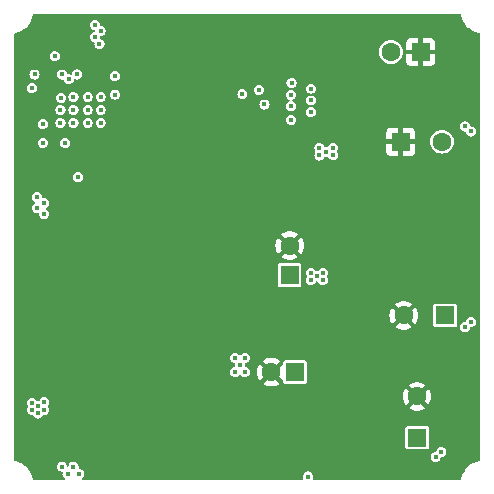
<source format=gbr>
%TF.GenerationSoftware,KiCad,Pcbnew,8.0.3*%
%TF.CreationDate,2024-07-17T18:17:56+02:00*%
%TF.ProjectId,CleanLVSupply,436c6561-6e4c-4565-9375-70706c792e6b,rev?*%
%TF.SameCoordinates,Original*%
%TF.FileFunction,Copper,L3,Inr*%
%TF.FilePolarity,Positive*%
%FSLAX46Y46*%
G04 Gerber Fmt 4.6, Leading zero omitted, Abs format (unit mm)*
G04 Created by KiCad (PCBNEW 8.0.3) date 2024-07-17 18:17:56*
%MOMM*%
%LPD*%
G01*
G04 APERTURE LIST*
%TA.AperFunction,ComponentPad*%
%ADD10R,1.600000X1.600000*%
%TD*%
%TA.AperFunction,ComponentPad*%
%ADD11C,1.600000*%
%TD*%
%TA.AperFunction,ViaPad*%
%ADD12C,0.450000*%
%TD*%
G04 APERTURE END LIST*
D10*
%TO.N,GND*%
%TO.C,C18*%
X163000000Y-91100000D03*
D11*
%TO.N,-15V*%
X166500000Y-91100000D03*
%TD*%
D10*
%TO.N,+5V*%
%TO.C,C40*%
X164400000Y-116152651D03*
D11*
%TO.N,GND*%
X164400000Y-112652651D03*
%TD*%
D10*
%TO.N,Net-(C41-Pad1)*%
%TO.C,C41*%
X154055113Y-110600000D03*
D11*
%TO.N,GND*%
X152055113Y-110600000D03*
%TD*%
D10*
%TO.N,GND*%
%TO.C,C14*%
X164682380Y-83500000D03*
D11*
%TO.N,Net-(C14-Pad2)*%
X162182380Y-83500000D03*
%TD*%
D10*
%TO.N,Net-(C29-Pad1)*%
%TO.C,C29*%
X153600000Y-102382380D03*
D11*
%TO.N,GND*%
X153600000Y-99882380D03*
%TD*%
D10*
%TO.N,+15V*%
%TO.C,C28*%
X166752651Y-105800000D03*
D11*
%TO.N,GND*%
X163252651Y-105800000D03*
%TD*%
D12*
%TO.N,GND*%
X167500000Y-117100000D03*
X165100000Y-118700000D03*
%TO.N,Net-(J5-Pin_4)*%
X168943164Y-90223422D03*
X168453274Y-89804875D03*
%TO.N,Net-(J5-Pin_1)*%
X168450358Y-106790138D03*
X168945004Y-106371591D03*
%TO.N,/5V Supply/5V_SENSE*%
X166450000Y-117380000D03*
X165960000Y-117760000D03*
%TO.N,/-15V Supply/-17V_SW*%
X151000000Y-86700000D03*
X153720000Y-88080000D03*
X151470000Y-87940000D03*
X137600000Y-88400000D03*
X153760000Y-86100000D03*
X136500000Y-87300000D03*
X135680000Y-94100000D03*
X134200000Y-89500000D03*
X155400000Y-87600000D03*
X131770000Y-86560000D03*
X132700000Y-89600000D03*
X155400000Y-88600000D03*
X136500000Y-88400000D03*
X135300000Y-87300000D03*
X136500000Y-89500000D03*
X134250000Y-87380000D03*
X153740000Y-89230000D03*
X135300000Y-89500000D03*
X133710000Y-83860000D03*
X138800000Y-87100000D03*
X155400000Y-86600000D03*
X137600000Y-89500000D03*
X135300000Y-88400000D03*
X153710000Y-87120000D03*
X134200000Y-88400000D03*
X149600000Y-87080000D03*
X134600000Y-91200000D03*
X137600000Y-87300000D03*
%TO.N,Net-(U1-VCC)*%
X138800000Y-85525000D03*
%TO.N,Net-(U1-RAMP)*%
X132000000Y-85400000D03*
%TO.N,Net-(U1-SS)*%
X132700000Y-91175000D03*
%TO.N,Net-(U1-COMP)*%
X135600000Y-85400000D03*
%TO.N,Net-(U1-FB)*%
X134900000Y-85800000D03*
%TO.N,Net-(U2-EN)*%
X157300000Y-91600000D03*
X156120000Y-92259003D03*
X156120000Y-91630000D03*
X156700000Y-91925000D03*
X157280000Y-92230000D03*
%TO.N,Net-(U1-RT)*%
X134300000Y-85400000D03*
%TO.N,Net-(U4-EN)*%
X155900000Y-102500000D03*
X156400000Y-102200000D03*
X155400000Y-102800000D03*
X155400000Y-102200000D03*
X156400000Y-102800000D03*
%TO.N,Net-(U6-EN)*%
X149800000Y-110600000D03*
X149000000Y-110600000D03*
X149000000Y-109400000D03*
X149800000Y-109400000D03*
X149400000Y-110000000D03*
%TO.N,GND*%
X132800000Y-111300000D03*
X140300000Y-114700000D03*
X146000000Y-85400000D03*
X132800000Y-112120000D03*
X160000000Y-105300000D03*
X133600000Y-91000000D03*
X163200000Y-88900000D03*
X147500000Y-81700000D03*
X143700000Y-85400000D03*
X152300000Y-81600000D03*
X134400000Y-115900000D03*
X147300000Y-110060000D03*
X139700000Y-110500000D03*
X135770000Y-108040000D03*
X156020000Y-115400000D03*
X160400000Y-114500000D03*
X137600000Y-100700000D03*
X146670000Y-99550000D03*
X143480000Y-116880000D03*
X156130000Y-90830000D03*
X158800000Y-107700000D03*
X137920000Y-114030000D03*
X159600000Y-90000000D03*
X160800000Y-90000000D03*
X156000000Y-114700000D03*
X155090000Y-94140000D03*
X157600000Y-105300000D03*
X144690000Y-97570000D03*
X155540000Y-115050000D03*
X160000000Y-106500000D03*
X160800000Y-89400000D03*
X159600000Y-89400000D03*
X156700000Y-95000000D03*
X132160000Y-102880000D03*
X140300000Y-81700000D03*
X153210000Y-96200000D03*
X155100000Y-104790000D03*
X155400000Y-81300000D03*
X155080000Y-114690000D03*
X151000000Y-85125000D03*
X141300000Y-85000000D03*
X139800000Y-83700000D03*
X139300000Y-116500000D03*
X148800000Y-84600000D03*
X135400000Y-96800000D03*
X135580000Y-104390000D03*
X131760000Y-87900000D03*
X153000000Y-83500000D03*
X139700000Y-112600000D03*
X146000000Y-84100000D03*
X157300000Y-84450000D03*
X133580000Y-112110000D03*
X145140000Y-102320000D03*
X155400000Y-83000000D03*
X138900000Y-113900000D03*
X160200000Y-89700000D03*
X142600000Y-81700000D03*
X137250000Y-110600000D03*
X146750000Y-112850000D03*
X139700000Y-113300000D03*
X160000000Y-107700000D03*
X137400000Y-113300000D03*
X138200000Y-102300000D03*
X143700000Y-84100000D03*
X158800000Y-105300000D03*
X146170000Y-105070000D03*
X157600000Y-106500000D03*
X135400000Y-96000000D03*
X145400000Y-116000000D03*
X141410000Y-98310000D03*
X134700000Y-98400000D03*
X158820000Y-80980000D03*
X133600000Y-91600000D03*
X137600000Y-99900000D03*
X157600000Y-107700000D03*
X133570000Y-111300000D03*
X146910000Y-117030000D03*
X145000000Y-81700000D03*
X160800000Y-112700000D03*
X150630000Y-112560000D03*
X136800000Y-117500000D03*
X158800000Y-106500000D03*
X139700000Y-111300000D03*
X146050000Y-107600000D03*
X155080000Y-115410000D03*
X135300000Y-115900000D03*
X135700000Y-101000000D03*
%TO.N,+12V*%
X134300000Y-118600000D03*
X137100000Y-81200000D03*
X137500000Y-82800000D03*
X134800000Y-119200000D03*
X137100000Y-82200000D03*
X132800000Y-96300000D03*
X132200000Y-96700000D03*
X137600000Y-81700000D03*
X131780000Y-113200000D03*
X132800000Y-97200000D03*
X132324898Y-113446592D03*
X135300000Y-118600000D03*
X132830000Y-113130000D03*
X132830000Y-113790000D03*
X132200000Y-95800000D03*
X132300000Y-114100000D03*
X135800000Y-119200000D03*
X131803942Y-113786743D03*
%TO.N,/5V Supply/5V_SENSE*%
X155150000Y-119440000D03*
%TD*%
%TA.AperFunction,Conductor*%
%TO.N,GND*%
G36*
X168110092Y-80322174D02*
G01*
X168131133Y-80364845D01*
X168132015Y-80371552D01*
X168132016Y-80371557D01*
X168196497Y-80612205D01*
X168291834Y-80842369D01*
X168291835Y-80842372D01*
X168416398Y-81058123D01*
X168416402Y-81058129D01*
X168568062Y-81255776D01*
X168744224Y-81431938D01*
X168783239Y-81461875D01*
X168941870Y-81583597D01*
X168941876Y-81583601D01*
X168987114Y-81609719D01*
X169157627Y-81708164D01*
X169387793Y-81803502D01*
X169628435Y-81867982D01*
X169628437Y-81867982D01*
X169628440Y-81867983D01*
X169628439Y-81867983D01*
X169635156Y-81868867D01*
X169684207Y-81897184D01*
X169699500Y-81942234D01*
X169699500Y-118057765D01*
X169677826Y-118110091D01*
X169635163Y-118131131D01*
X169628450Y-118132015D01*
X169628442Y-118132016D01*
X169387794Y-118196497D01*
X169157630Y-118291834D01*
X169157627Y-118291835D01*
X168941876Y-118416398D01*
X168941870Y-118416402D01*
X168744223Y-118568062D01*
X168568062Y-118744223D01*
X168416402Y-118941870D01*
X168416398Y-118941876D01*
X168291835Y-119157627D01*
X168291834Y-119157630D01*
X168196497Y-119387794D01*
X168132016Y-119628442D01*
X168132015Y-119628447D01*
X168131133Y-119635155D01*
X168102817Y-119684206D01*
X168057766Y-119699500D01*
X155616085Y-119699500D01*
X155563759Y-119677826D01*
X155542085Y-119625500D01*
X155550149Y-119591907D01*
X155559719Y-119573126D01*
X155580804Y-119440000D01*
X155559719Y-119306874D01*
X155559719Y-119306873D01*
X155498528Y-119186780D01*
X155403219Y-119091471D01*
X155283126Y-119030281D01*
X155283126Y-119030280D01*
X155150000Y-119009196D01*
X155016873Y-119030280D01*
X155016873Y-119030281D01*
X154896780Y-119091471D01*
X154801471Y-119186780D01*
X154740281Y-119306873D01*
X154740280Y-119306873D01*
X154719196Y-119440000D01*
X154740280Y-119573123D01*
X154740280Y-119573124D01*
X154740281Y-119573126D01*
X154749850Y-119591906D01*
X154754293Y-119648368D01*
X154717510Y-119691435D01*
X154683915Y-119699500D01*
X136065152Y-119699500D01*
X136012826Y-119677826D01*
X135991152Y-119625500D01*
X136012826Y-119573174D01*
X136031554Y-119559567D01*
X136053220Y-119548528D01*
X136148528Y-119453220D01*
X136209719Y-119333126D01*
X136230804Y-119200000D01*
X136209719Y-119066874D01*
X136209719Y-119066873D01*
X136148528Y-118946780D01*
X136053219Y-118851471D01*
X135933126Y-118790281D01*
X135933126Y-118790280D01*
X135800000Y-118769196D01*
X135794176Y-118769196D01*
X135794176Y-118766951D01*
X135747045Y-118755623D01*
X135717466Y-118707324D01*
X135717469Y-118684192D01*
X135718130Y-118680021D01*
X135730804Y-118600000D01*
X135709719Y-118466874D01*
X135709719Y-118466873D01*
X135648528Y-118346780D01*
X135553219Y-118251471D01*
X135433126Y-118190281D01*
X135433126Y-118190280D01*
X135300000Y-118169196D01*
X135166873Y-118190280D01*
X135166873Y-118190281D01*
X135046780Y-118251471D01*
X134951471Y-118346780D01*
X134890281Y-118466873D01*
X134890280Y-118466874D01*
X134873089Y-118575420D01*
X134843496Y-118623711D01*
X134788424Y-118636933D01*
X134740133Y-118607340D01*
X134726911Y-118575420D01*
X134709719Y-118466874D01*
X134709718Y-118466873D01*
X134699895Y-118447595D01*
X134648528Y-118346780D01*
X134553220Y-118251472D01*
X134553219Y-118251471D01*
X134433126Y-118190281D01*
X134433126Y-118190280D01*
X134300000Y-118169196D01*
X134166873Y-118190280D01*
X134166873Y-118190281D01*
X134046780Y-118251471D01*
X133951471Y-118346780D01*
X133890281Y-118466873D01*
X133890280Y-118466873D01*
X133869196Y-118600000D01*
X133890280Y-118733126D01*
X133950581Y-118851472D01*
X133951472Y-118853220D01*
X134046780Y-118948528D01*
X134166873Y-119009718D01*
X134166873Y-119009719D01*
X134300000Y-119030804D01*
X134305824Y-119030804D01*
X134305824Y-119033058D01*
X134352919Y-119044350D01*
X134382526Y-119092632D01*
X134382530Y-119115805D01*
X134369196Y-119199998D01*
X134369196Y-119199999D01*
X134390280Y-119333126D01*
X134444736Y-119440000D01*
X134451472Y-119453220D01*
X134546780Y-119548528D01*
X134568444Y-119559566D01*
X134605226Y-119602633D01*
X134600782Y-119659096D01*
X134557715Y-119695878D01*
X134534848Y-119699500D01*
X131942234Y-119699500D01*
X131889908Y-119677826D01*
X131868867Y-119635155D01*
X131867984Y-119628447D01*
X131867983Y-119628442D01*
X131867982Y-119628441D01*
X131867982Y-119628435D01*
X131803502Y-119387793D01*
X131708164Y-119157627D01*
X131655768Y-119066874D01*
X131583601Y-118941876D01*
X131583597Y-118941870D01*
X131465464Y-118787916D01*
X131431938Y-118744224D01*
X131255776Y-118568062D01*
X131216761Y-118538125D01*
X131058129Y-118416402D01*
X131058123Y-118416398D01*
X130842372Y-118291835D01*
X130842369Y-118291834D01*
X130612205Y-118196497D01*
X130428422Y-118147252D01*
X130371565Y-118132018D01*
X130371563Y-118132017D01*
X130371557Y-118132016D01*
X130371549Y-118132015D01*
X130364837Y-118131131D01*
X130315789Y-118102810D01*
X130300500Y-118057765D01*
X130300500Y-117760000D01*
X165529196Y-117760000D01*
X165550280Y-117893126D01*
X165611471Y-118013219D01*
X165611472Y-118013220D01*
X165706780Y-118108528D01*
X165826873Y-118169718D01*
X165826873Y-118169719D01*
X165845075Y-118172601D01*
X165960000Y-118190804D01*
X166093126Y-118169719D01*
X166213220Y-118108528D01*
X166308528Y-118013220D01*
X166369719Y-117893126D01*
X166372870Y-117873228D01*
X166402462Y-117824938D01*
X166445959Y-117810804D01*
X166450000Y-117810804D01*
X166583126Y-117789719D01*
X166703220Y-117728528D01*
X166798528Y-117633220D01*
X166859719Y-117513126D01*
X166880804Y-117380000D01*
X166859719Y-117246874D01*
X166859719Y-117246873D01*
X166798528Y-117126780D01*
X166703219Y-117031471D01*
X166583126Y-116970281D01*
X166583126Y-116970280D01*
X166450000Y-116949196D01*
X166316873Y-116970280D01*
X166316873Y-116970281D01*
X166196780Y-117031471D01*
X166101471Y-117126780D01*
X166040281Y-117246873D01*
X166037129Y-117266773D01*
X166007535Y-117315064D01*
X165964040Y-117329196D01*
X165960000Y-117329196D01*
X165826873Y-117350280D01*
X165826873Y-117350281D01*
X165706780Y-117411471D01*
X165611471Y-117506780D01*
X165550281Y-117626873D01*
X165550280Y-117626873D01*
X165529196Y-117760000D01*
X130300500Y-117760000D01*
X130300500Y-115332904D01*
X163399500Y-115332904D01*
X163399500Y-116972397D01*
X163411133Y-117030883D01*
X163411527Y-117031472D01*
X163455448Y-117097203D01*
X163499560Y-117126678D01*
X163521767Y-117141517D01*
X163521768Y-117141517D01*
X163521769Y-117141518D01*
X163580252Y-117153151D01*
X163580254Y-117153151D01*
X165219746Y-117153151D01*
X165219748Y-117153151D01*
X165278231Y-117141518D01*
X165344552Y-117097203D01*
X165388867Y-117030882D01*
X165400500Y-116972399D01*
X165400500Y-115332903D01*
X165388867Y-115274420D01*
X165344552Y-115208099D01*
X165322343Y-115193259D01*
X165278232Y-115163784D01*
X165278233Y-115163784D01*
X165248989Y-115157967D01*
X165219748Y-115152151D01*
X163580252Y-115152151D01*
X163551010Y-115157967D01*
X163521767Y-115163784D01*
X163455449Y-115208098D01*
X163455447Y-115208100D01*
X163411133Y-115274418D01*
X163399500Y-115332904D01*
X130300500Y-115332904D01*
X130300500Y-113200000D01*
X131349196Y-113200000D01*
X131370280Y-113333126D01*
X131431471Y-113453219D01*
X131436421Y-113458169D01*
X131458095Y-113510495D01*
X131450030Y-113544090D01*
X131394222Y-113653619D01*
X131373138Y-113786743D01*
X131394222Y-113919869D01*
X131455413Y-114039962D01*
X131455414Y-114039963D01*
X131550722Y-114135271D01*
X131670815Y-114196461D01*
X131670815Y-114196462D01*
X131691374Y-114199718D01*
X131803942Y-114217547D01*
X131823386Y-114214467D01*
X131878459Y-114227688D01*
X131900896Y-114253960D01*
X131951472Y-114353220D01*
X132046780Y-114448528D01*
X132166873Y-114509718D01*
X132166873Y-114509719D01*
X132185075Y-114512601D01*
X132300000Y-114530804D01*
X132433126Y-114509719D01*
X132553220Y-114448528D01*
X132648528Y-114353220D01*
X132700103Y-114251998D01*
X132743169Y-114215217D01*
X132777610Y-114212506D01*
X132830000Y-114220804D01*
X132963126Y-114199719D01*
X133083220Y-114138528D01*
X133178528Y-114043220D01*
X133239719Y-113923126D01*
X133260804Y-113790000D01*
X133239719Y-113656874D01*
X133239719Y-113656873D01*
X133178528Y-113536780D01*
X133154074Y-113512326D01*
X133132400Y-113460000D01*
X133154074Y-113407674D01*
X133178528Y-113383220D01*
X133239719Y-113263126D01*
X133260804Y-113130000D01*
X133239719Y-112996874D01*
X133239719Y-112996873D01*
X133178528Y-112876780D01*
X133083219Y-112781471D01*
X132963126Y-112720281D01*
X132963126Y-112720280D01*
X132830000Y-112699196D01*
X132696873Y-112720280D01*
X132696873Y-112720281D01*
X132576780Y-112781471D01*
X132481473Y-112876778D01*
X132481472Y-112876780D01*
X132432583Y-112972731D01*
X132428649Y-112980451D01*
X132385582Y-113017233D01*
X132351139Y-113019944D01*
X132324898Y-113015788D01*
X132324897Y-113015788D01*
X132228827Y-113031003D01*
X132173755Y-113017781D01*
X132151320Y-112991513D01*
X132128528Y-112946780D01*
X132033220Y-112851472D01*
X132033219Y-112851471D01*
X131913126Y-112790281D01*
X131913126Y-112790280D01*
X131780000Y-112769196D01*
X131646873Y-112790280D01*
X131646873Y-112790281D01*
X131526780Y-112851471D01*
X131431471Y-112946780D01*
X131370281Y-113066873D01*
X131370280Y-113066873D01*
X131349196Y-113200000D01*
X130300500Y-113200000D01*
X130300500Y-112652647D01*
X163194859Y-112652647D01*
X163194859Y-112652654D01*
X163215377Y-112874083D01*
X163215379Y-112874096D01*
X163276237Y-113087993D01*
X163276239Y-113087997D01*
X163375368Y-113287077D01*
X163375370Y-113287080D01*
X163421560Y-113348245D01*
X164013629Y-112756176D01*
X164027259Y-112807045D01*
X164079920Y-112898257D01*
X164154394Y-112972731D01*
X164245606Y-113025392D01*
X164296472Y-113039021D01*
X163703000Y-113632492D01*
X163862817Y-113731445D01*
X163862827Y-113731450D01*
X164070194Y-113811785D01*
X164288800Y-113852650D01*
X164288806Y-113852651D01*
X164511194Y-113852651D01*
X164511199Y-113852650D01*
X164729805Y-113811785D01*
X164937172Y-113731450D01*
X164937182Y-113731445D01*
X165096997Y-113632491D01*
X164503527Y-113039021D01*
X164554394Y-113025392D01*
X164645606Y-112972731D01*
X164720080Y-112898257D01*
X164772741Y-112807045D01*
X164786370Y-112756178D01*
X165378438Y-113348246D01*
X165424629Y-113287079D01*
X165424631Y-113287077D01*
X165523760Y-113087997D01*
X165523762Y-113087993D01*
X165584620Y-112874096D01*
X165584622Y-112874083D01*
X165605141Y-112652654D01*
X165605141Y-112652647D01*
X165584622Y-112431218D01*
X165584620Y-112431205D01*
X165523762Y-112217308D01*
X165523760Y-112217304D01*
X165424631Y-112018224D01*
X165424629Y-112018221D01*
X165378437Y-111957054D01*
X164786370Y-112549122D01*
X164772741Y-112498257D01*
X164720080Y-112407045D01*
X164645606Y-112332571D01*
X164554394Y-112279910D01*
X164503525Y-112266280D01*
X165096998Y-111672808D01*
X164937182Y-111573856D01*
X164937172Y-111573851D01*
X164729805Y-111493516D01*
X164511199Y-111452651D01*
X164288800Y-111452651D01*
X164070194Y-111493516D01*
X163862827Y-111573851D01*
X163862817Y-111573856D01*
X163703000Y-111672808D01*
X164296472Y-112266280D01*
X164245606Y-112279910D01*
X164154394Y-112332571D01*
X164079920Y-112407045D01*
X164027259Y-112498257D01*
X164013629Y-112549123D01*
X163421560Y-111957054D01*
X163375368Y-112018225D01*
X163375367Y-112018228D01*
X163276239Y-112217304D01*
X163276237Y-112217308D01*
X163215379Y-112431205D01*
X163215377Y-112431218D01*
X163194859Y-112652647D01*
X130300500Y-112652647D01*
X130300500Y-109400000D01*
X148569196Y-109400000D01*
X148590280Y-109533126D01*
X148651471Y-109653219D01*
X148651472Y-109653220D01*
X148746780Y-109748528D01*
X148866874Y-109809719D01*
X148923002Y-109818608D01*
X148971293Y-109848200D01*
X148984515Y-109903272D01*
X148969196Y-109999998D01*
X148969196Y-110000000D01*
X148984515Y-110096726D01*
X148971293Y-110151799D01*
X148923002Y-110181391D01*
X148866874Y-110190280D01*
X148866873Y-110190281D01*
X148746780Y-110251471D01*
X148651471Y-110346780D01*
X148590281Y-110466873D01*
X148590280Y-110466873D01*
X148569196Y-110600000D01*
X148590280Y-110733126D01*
X148647592Y-110845606D01*
X148651472Y-110853220D01*
X148746780Y-110948528D01*
X148866873Y-111009718D01*
X148866873Y-111009719D01*
X148885075Y-111012601D01*
X149000000Y-111030804D01*
X149133126Y-111009719D01*
X149253220Y-110948528D01*
X149347674Y-110854074D01*
X149400000Y-110832400D01*
X149452326Y-110854074D01*
X149546780Y-110948528D01*
X149666873Y-111009718D01*
X149666873Y-111009719D01*
X149685075Y-111012601D01*
X149800000Y-111030804D01*
X149933126Y-111009719D01*
X150053220Y-110948528D01*
X150148528Y-110853220D01*
X150209719Y-110733126D01*
X150230804Y-110600000D01*
X150230803Y-110599996D01*
X150849972Y-110599996D01*
X150849972Y-110600003D01*
X150870490Y-110821432D01*
X150870492Y-110821445D01*
X150931350Y-111035342D01*
X150931352Y-111035346D01*
X151030481Y-111234426D01*
X151030483Y-111234429D01*
X151076673Y-111295594D01*
X151668742Y-110703525D01*
X151682372Y-110754394D01*
X151735033Y-110845606D01*
X151809507Y-110920080D01*
X151900719Y-110972741D01*
X151951585Y-110986370D01*
X151358113Y-111579841D01*
X151517930Y-111678794D01*
X151517940Y-111678799D01*
X151725307Y-111759134D01*
X151943913Y-111799999D01*
X151943919Y-111800000D01*
X152166307Y-111800000D01*
X152166312Y-111799999D01*
X152384918Y-111759134D01*
X152592285Y-111678799D01*
X152592295Y-111678794D01*
X152752110Y-111579840D01*
X152158640Y-110986370D01*
X152209507Y-110972741D01*
X152300719Y-110920080D01*
X152375193Y-110845606D01*
X152427854Y-110754394D01*
X152441483Y-110703527D01*
X153032939Y-111294983D01*
X153054613Y-111347309D01*
X153054613Y-111419746D01*
X153066246Y-111478232D01*
X153076459Y-111493516D01*
X153110561Y-111544552D01*
X153154409Y-111573851D01*
X153176880Y-111588866D01*
X153176881Y-111588866D01*
X153176882Y-111588867D01*
X153235365Y-111600500D01*
X153235367Y-111600500D01*
X154874859Y-111600500D01*
X154874861Y-111600500D01*
X154933344Y-111588867D01*
X154999665Y-111544552D01*
X155043980Y-111478231D01*
X155055613Y-111419748D01*
X155055613Y-109780252D01*
X155043980Y-109721769D01*
X154999665Y-109655448D01*
X154977456Y-109640608D01*
X154933345Y-109611133D01*
X154933346Y-109611133D01*
X154904102Y-109605316D01*
X154874861Y-109599500D01*
X153235365Y-109599500D01*
X153206123Y-109605316D01*
X153176880Y-109611133D01*
X153110562Y-109655447D01*
X153110560Y-109655449D01*
X153066246Y-109721767D01*
X153054613Y-109780253D01*
X153054613Y-109852690D01*
X153032939Y-109905016D01*
X152441483Y-110496471D01*
X152427854Y-110445606D01*
X152375193Y-110354394D01*
X152300719Y-110279920D01*
X152209507Y-110227259D01*
X152158638Y-110213629D01*
X152752111Y-109620157D01*
X152592295Y-109521205D01*
X152592285Y-109521200D01*
X152384918Y-109440865D01*
X152166312Y-109400000D01*
X151943913Y-109400000D01*
X151725307Y-109440865D01*
X151517940Y-109521200D01*
X151517930Y-109521205D01*
X151358113Y-109620157D01*
X151951585Y-110213629D01*
X151900719Y-110227259D01*
X151809507Y-110279920D01*
X151735033Y-110354394D01*
X151682372Y-110445606D01*
X151668742Y-110496472D01*
X151076673Y-109904403D01*
X151030481Y-109965574D01*
X151030480Y-109965577D01*
X150931352Y-110164653D01*
X150931350Y-110164657D01*
X150870492Y-110378554D01*
X150870490Y-110378567D01*
X150849972Y-110599996D01*
X150230803Y-110599996D01*
X150209719Y-110466874D01*
X150209719Y-110466873D01*
X150148528Y-110346780D01*
X150053219Y-110251471D01*
X149933126Y-110190281D01*
X149876996Y-110181390D01*
X149828705Y-110151796D01*
X149815484Y-110096725D01*
X149830804Y-110000000D01*
X149815484Y-109903272D01*
X149828706Y-109848201D01*
X149876994Y-109818609D01*
X149933126Y-109809719D01*
X150053220Y-109748528D01*
X150148528Y-109653220D01*
X150209719Y-109533126D01*
X150230804Y-109400000D01*
X150209719Y-109266874D01*
X150209719Y-109266873D01*
X150148528Y-109146780D01*
X150053219Y-109051471D01*
X149933126Y-108990281D01*
X149933126Y-108990280D01*
X149800000Y-108969196D01*
X149666873Y-108990280D01*
X149666873Y-108990281D01*
X149546780Y-109051471D01*
X149546779Y-109051472D01*
X149452326Y-109145926D01*
X149400000Y-109167600D01*
X149347674Y-109145926D01*
X149253219Y-109051471D01*
X149133126Y-108990281D01*
X149133126Y-108990280D01*
X149000000Y-108969196D01*
X148866873Y-108990280D01*
X148866873Y-108990281D01*
X148746780Y-109051471D01*
X148651471Y-109146780D01*
X148590281Y-109266873D01*
X148590280Y-109266873D01*
X148569196Y-109400000D01*
X130300500Y-109400000D01*
X130300500Y-105799996D01*
X162047510Y-105799996D01*
X162047510Y-105800003D01*
X162068028Y-106021432D01*
X162068030Y-106021445D01*
X162128888Y-106235342D01*
X162128890Y-106235346D01*
X162228019Y-106434426D01*
X162228021Y-106434429D01*
X162274211Y-106495594D01*
X162866280Y-105903525D01*
X162879910Y-105954394D01*
X162932571Y-106045606D01*
X163007045Y-106120080D01*
X163098257Y-106172741D01*
X163149123Y-106186370D01*
X162555651Y-106779841D01*
X162715468Y-106878794D01*
X162715478Y-106878799D01*
X162922845Y-106959134D01*
X163141451Y-106999999D01*
X163141457Y-107000000D01*
X163363845Y-107000000D01*
X163363850Y-106999999D01*
X163582456Y-106959134D01*
X163789823Y-106878799D01*
X163789833Y-106878794D01*
X163949648Y-106779840D01*
X163356178Y-106186370D01*
X163407045Y-106172741D01*
X163498257Y-106120080D01*
X163572731Y-106045606D01*
X163625392Y-105954394D01*
X163639021Y-105903527D01*
X164231089Y-106495595D01*
X164277280Y-106434428D01*
X164277282Y-106434426D01*
X164376411Y-106235346D01*
X164376413Y-106235342D01*
X164437271Y-106021445D01*
X164437273Y-106021432D01*
X164457792Y-105800003D01*
X164457792Y-105799996D01*
X164437273Y-105578567D01*
X164437271Y-105578554D01*
X164376413Y-105364657D01*
X164376411Y-105364653D01*
X164277282Y-105165573D01*
X164277280Y-105165570D01*
X164231088Y-105104403D01*
X163639021Y-105696471D01*
X163625392Y-105645606D01*
X163572731Y-105554394D01*
X163498257Y-105479920D01*
X163407045Y-105427259D01*
X163356176Y-105413629D01*
X163789553Y-104980253D01*
X165752151Y-104980253D01*
X165752151Y-106619746D01*
X165763784Y-106678232D01*
X165791773Y-106720119D01*
X165808099Y-106744552D01*
X165852211Y-106774027D01*
X165874418Y-106788866D01*
X165874419Y-106788866D01*
X165874420Y-106788867D01*
X165932903Y-106800500D01*
X165932905Y-106800500D01*
X167572397Y-106800500D01*
X167572399Y-106800500D01*
X167624492Y-106790138D01*
X168019554Y-106790138D01*
X168040638Y-106923264D01*
X168101829Y-107043357D01*
X168101830Y-107043358D01*
X168197138Y-107138666D01*
X168317231Y-107199856D01*
X168317231Y-107199857D01*
X168335433Y-107202739D01*
X168450358Y-107220942D01*
X168583484Y-107199857D01*
X168703578Y-107138666D01*
X168798886Y-107043358D01*
X168860077Y-106923264D01*
X168869333Y-106864819D01*
X168898925Y-106816528D01*
X168939269Y-106803419D01*
X168939252Y-106803306D01*
X168939966Y-106803192D01*
X168942422Y-106802395D01*
X168945004Y-106802395D01*
X169078130Y-106781310D01*
X169198224Y-106720119D01*
X169293532Y-106624811D01*
X169354723Y-106504717D01*
X169375808Y-106371591D01*
X169357605Y-106256666D01*
X169354723Y-106238464D01*
X169293532Y-106118371D01*
X169198223Y-106023062D01*
X169078130Y-105961872D01*
X169078130Y-105961871D01*
X168945004Y-105940787D01*
X168811877Y-105961871D01*
X168811877Y-105961872D01*
X168691784Y-106023062D01*
X168596475Y-106118371D01*
X168535286Y-106238462D01*
X168535284Y-106238468D01*
X168526028Y-106296910D01*
X168496435Y-106345201D01*
X168456092Y-106358309D01*
X168456110Y-106358423D01*
X168455393Y-106358536D01*
X168452939Y-106359334D01*
X168450358Y-106359334D01*
X168317231Y-106380418D01*
X168317231Y-106380419D01*
X168197138Y-106441609D01*
X168101829Y-106536918D01*
X168040639Y-106657011D01*
X168040638Y-106657011D01*
X168019554Y-106790138D01*
X167624492Y-106790138D01*
X167630882Y-106788867D01*
X167697203Y-106744552D01*
X167741518Y-106678231D01*
X167753151Y-106619748D01*
X167753151Y-104980252D01*
X167741518Y-104921769D01*
X167697203Y-104855448D01*
X167674994Y-104840608D01*
X167630883Y-104811133D01*
X167630884Y-104811133D01*
X167601640Y-104805316D01*
X167572399Y-104799500D01*
X165932903Y-104799500D01*
X165903661Y-104805316D01*
X165874418Y-104811133D01*
X165808100Y-104855447D01*
X165808098Y-104855449D01*
X165763784Y-104921767D01*
X165752151Y-104980253D01*
X163789553Y-104980253D01*
X163949649Y-104820157D01*
X163789833Y-104721205D01*
X163789823Y-104721200D01*
X163582456Y-104640865D01*
X163363850Y-104600000D01*
X163141451Y-104600000D01*
X162922845Y-104640865D01*
X162715478Y-104721200D01*
X162715468Y-104721205D01*
X162555651Y-104820157D01*
X163149123Y-105413629D01*
X163098257Y-105427259D01*
X163007045Y-105479920D01*
X162932571Y-105554394D01*
X162879910Y-105645606D01*
X162866280Y-105696472D01*
X162274211Y-105104403D01*
X162228019Y-105165574D01*
X162228018Y-105165577D01*
X162128890Y-105364653D01*
X162128888Y-105364657D01*
X162068030Y-105578554D01*
X162068028Y-105578567D01*
X162047510Y-105799996D01*
X130300500Y-105799996D01*
X130300500Y-101562633D01*
X152599500Y-101562633D01*
X152599500Y-103202126D01*
X152611133Y-103260612D01*
X152640608Y-103304723D01*
X152655448Y-103326932D01*
X152699560Y-103356407D01*
X152721767Y-103371246D01*
X152721768Y-103371246D01*
X152721769Y-103371247D01*
X152780252Y-103382880D01*
X152780254Y-103382880D01*
X154419746Y-103382880D01*
X154419748Y-103382880D01*
X154478231Y-103371247D01*
X154544552Y-103326932D01*
X154588867Y-103260611D01*
X154600500Y-103202128D01*
X154600500Y-102200000D01*
X154969196Y-102200000D01*
X154990280Y-102333126D01*
X155051473Y-102453222D01*
X155053862Y-102456511D01*
X155067078Y-102511585D01*
X155053862Y-102543489D01*
X155051473Y-102546777D01*
X154990281Y-102666873D01*
X154990280Y-102666873D01*
X154969196Y-102800000D01*
X154990280Y-102933126D01*
X155051471Y-103053219D01*
X155051472Y-103053220D01*
X155146780Y-103148528D01*
X155266873Y-103209718D01*
X155266873Y-103209719D01*
X155285075Y-103212601D01*
X155400000Y-103230804D01*
X155533126Y-103209719D01*
X155653220Y-103148528D01*
X155748528Y-103053220D01*
X155793148Y-102965648D01*
X155836214Y-102928867D01*
X155870655Y-102926156D01*
X155900000Y-102930804D01*
X155929342Y-102926156D01*
X155984413Y-102939377D01*
X156006852Y-102965649D01*
X156051472Y-103053220D01*
X156146780Y-103148528D01*
X156266873Y-103209718D01*
X156266873Y-103209719D01*
X156285075Y-103212601D01*
X156400000Y-103230804D01*
X156533126Y-103209719D01*
X156653220Y-103148528D01*
X156748528Y-103053220D01*
X156809719Y-102933126D01*
X156830804Y-102800000D01*
X156809719Y-102666874D01*
X156809719Y-102666873D01*
X156779685Y-102607929D01*
X156748528Y-102546780D01*
X156748523Y-102546775D01*
X156746140Y-102543494D01*
X156732920Y-102488421D01*
X156746140Y-102456506D01*
X156748521Y-102453226D01*
X156748528Y-102453220D01*
X156809719Y-102333126D01*
X156830804Y-102200000D01*
X156810823Y-102073843D01*
X156809719Y-102066873D01*
X156748528Y-101946780D01*
X156653219Y-101851471D01*
X156533126Y-101790281D01*
X156533126Y-101790280D01*
X156400000Y-101769196D01*
X156266873Y-101790280D01*
X156266873Y-101790281D01*
X156146780Y-101851471D01*
X156051473Y-101946778D01*
X156006852Y-102034350D01*
X155963784Y-102071132D01*
X155929343Y-102073843D01*
X155900001Y-102069196D01*
X155899999Y-102069196D01*
X155870656Y-102073843D01*
X155815584Y-102060621D01*
X155793147Y-102034350D01*
X155748528Y-101946780D01*
X155653220Y-101851472D01*
X155653219Y-101851471D01*
X155533126Y-101790281D01*
X155533126Y-101790280D01*
X155400000Y-101769196D01*
X155266873Y-101790280D01*
X155266873Y-101790281D01*
X155146780Y-101851471D01*
X155051471Y-101946780D01*
X154990281Y-102066873D01*
X154990280Y-102066873D01*
X154969196Y-102200000D01*
X154600500Y-102200000D01*
X154600500Y-101562632D01*
X154588867Y-101504149D01*
X154544552Y-101437828D01*
X154522343Y-101422988D01*
X154478232Y-101393513D01*
X154478233Y-101393513D01*
X154448989Y-101387696D01*
X154419748Y-101381880D01*
X152780252Y-101381880D01*
X152751010Y-101387696D01*
X152721767Y-101393513D01*
X152655449Y-101437827D01*
X152655447Y-101437829D01*
X152611133Y-101504147D01*
X152599500Y-101562633D01*
X130300500Y-101562633D01*
X130300500Y-99882376D01*
X152394859Y-99882376D01*
X152394859Y-99882383D01*
X152415377Y-100103812D01*
X152415379Y-100103825D01*
X152476237Y-100317722D01*
X152476239Y-100317726D01*
X152575368Y-100516806D01*
X152575370Y-100516809D01*
X152621560Y-100577974D01*
X153213629Y-99985905D01*
X153227259Y-100036774D01*
X153279920Y-100127986D01*
X153354394Y-100202460D01*
X153445606Y-100255121D01*
X153496472Y-100268750D01*
X152903000Y-100862221D01*
X153062817Y-100961174D01*
X153062827Y-100961179D01*
X153270194Y-101041514D01*
X153488800Y-101082379D01*
X153488806Y-101082380D01*
X153711194Y-101082380D01*
X153711199Y-101082379D01*
X153929805Y-101041514D01*
X154137172Y-100961179D01*
X154137182Y-100961174D01*
X154296997Y-100862220D01*
X153703527Y-100268750D01*
X153754394Y-100255121D01*
X153845606Y-100202460D01*
X153920080Y-100127986D01*
X153972741Y-100036774D01*
X153986370Y-99985907D01*
X154578438Y-100577975D01*
X154624629Y-100516808D01*
X154624631Y-100516806D01*
X154723760Y-100317726D01*
X154723762Y-100317722D01*
X154784620Y-100103825D01*
X154784622Y-100103812D01*
X154805141Y-99882383D01*
X154805141Y-99882376D01*
X154784622Y-99660947D01*
X154784620Y-99660934D01*
X154723762Y-99447037D01*
X154723760Y-99447033D01*
X154624631Y-99247953D01*
X154624629Y-99247950D01*
X154578437Y-99186783D01*
X153986370Y-99778851D01*
X153972741Y-99727986D01*
X153920080Y-99636774D01*
X153845606Y-99562300D01*
X153754394Y-99509639D01*
X153703525Y-99496009D01*
X154296998Y-98902537D01*
X154137182Y-98803585D01*
X154137172Y-98803580D01*
X153929805Y-98723245D01*
X153711199Y-98682380D01*
X153488800Y-98682380D01*
X153270194Y-98723245D01*
X153062827Y-98803580D01*
X153062817Y-98803585D01*
X152903000Y-98902537D01*
X153496472Y-99496009D01*
X153445606Y-99509639D01*
X153354394Y-99562300D01*
X153279920Y-99636774D01*
X153227259Y-99727986D01*
X153213629Y-99778852D01*
X152621560Y-99186783D01*
X152575368Y-99247954D01*
X152575367Y-99247957D01*
X152476239Y-99447033D01*
X152476237Y-99447037D01*
X152415379Y-99660934D01*
X152415377Y-99660947D01*
X152394859Y-99882376D01*
X130300500Y-99882376D01*
X130300500Y-95800000D01*
X131769196Y-95800000D01*
X131790280Y-95933126D01*
X131851471Y-96053219D01*
X131946780Y-96148528D01*
X132016527Y-96184066D01*
X132053310Y-96227133D01*
X132048866Y-96283595D01*
X132016527Y-96315934D01*
X131946780Y-96351471D01*
X131851471Y-96446780D01*
X131790281Y-96566873D01*
X131790280Y-96566873D01*
X131769196Y-96700000D01*
X131790280Y-96833126D01*
X131851471Y-96953219D01*
X131851472Y-96953220D01*
X131946780Y-97048528D01*
X132066873Y-97109718D01*
X132066873Y-97109719D01*
X132087958Y-97113058D01*
X132200000Y-97130804D01*
X132284192Y-97117469D01*
X132339264Y-97130691D01*
X132368857Y-97178982D01*
X132368859Y-97194176D01*
X132369196Y-97194176D01*
X132369196Y-97199999D01*
X132390280Y-97333126D01*
X132451471Y-97453219D01*
X132451472Y-97453220D01*
X132546780Y-97548528D01*
X132666873Y-97609718D01*
X132666873Y-97609719D01*
X132685075Y-97612601D01*
X132800000Y-97630804D01*
X132933126Y-97609719D01*
X133053220Y-97548528D01*
X133148528Y-97453220D01*
X133209719Y-97333126D01*
X133230804Y-97200000D01*
X133209719Y-97066874D01*
X133209719Y-97066873D01*
X133148528Y-96946780D01*
X133053222Y-96851474D01*
X133053220Y-96851472D01*
X132983469Y-96815932D01*
X132946689Y-96772867D01*
X132951132Y-96716405D01*
X132983469Y-96684067D01*
X133053220Y-96648528D01*
X133148528Y-96553220D01*
X133209719Y-96433126D01*
X133230804Y-96300000D01*
X133209719Y-96166874D01*
X133209719Y-96166873D01*
X133148528Y-96046780D01*
X133053219Y-95951471D01*
X132933126Y-95890281D01*
X132933126Y-95890280D01*
X132800000Y-95869196D01*
X132799999Y-95869196D01*
X132715805Y-95882530D01*
X132660733Y-95869308D01*
X132631141Y-95821016D01*
X132631144Y-95805824D01*
X132630804Y-95805824D01*
X132630804Y-95800000D01*
X132609719Y-95666873D01*
X132548528Y-95546780D01*
X132453219Y-95451471D01*
X132333126Y-95390281D01*
X132333126Y-95390280D01*
X132200000Y-95369196D01*
X132066873Y-95390280D01*
X132066873Y-95390281D01*
X131946780Y-95451471D01*
X131851471Y-95546780D01*
X131790281Y-95666873D01*
X131790280Y-95666873D01*
X131769196Y-95800000D01*
X130300500Y-95800000D01*
X130300500Y-94100000D01*
X135249196Y-94100000D01*
X135270280Y-94233126D01*
X135331471Y-94353219D01*
X135331472Y-94353220D01*
X135426780Y-94448528D01*
X135546873Y-94509718D01*
X135546873Y-94509719D01*
X135565075Y-94512601D01*
X135680000Y-94530804D01*
X135813126Y-94509719D01*
X135933220Y-94448528D01*
X136028528Y-94353220D01*
X136089719Y-94233126D01*
X136110804Y-94100000D01*
X136089719Y-93966874D01*
X136089719Y-93966873D01*
X136028528Y-93846780D01*
X135933219Y-93751471D01*
X135813126Y-93690281D01*
X135813126Y-93690280D01*
X135680000Y-93669196D01*
X135546873Y-93690280D01*
X135546873Y-93690281D01*
X135426780Y-93751471D01*
X135331471Y-93846780D01*
X135270281Y-93966873D01*
X135270280Y-93966873D01*
X135249196Y-94100000D01*
X130300500Y-94100000D01*
X130300500Y-91175000D01*
X132269196Y-91175000D01*
X132290280Y-91308126D01*
X132347324Y-91420080D01*
X132351472Y-91428220D01*
X132446780Y-91523528D01*
X132566873Y-91584718D01*
X132566873Y-91584719D01*
X132585075Y-91587601D01*
X132700000Y-91605804D01*
X132833126Y-91584719D01*
X132953220Y-91523528D01*
X133048528Y-91428220D01*
X133109719Y-91308126D01*
X133126844Y-91200000D01*
X134169196Y-91200000D01*
X134190280Y-91333126D01*
X134251471Y-91453219D01*
X134251472Y-91453220D01*
X134346780Y-91548528D01*
X134466873Y-91609718D01*
X134466873Y-91609719D01*
X134485075Y-91612601D01*
X134600000Y-91630804D01*
X134605076Y-91630000D01*
X155689196Y-91630000D01*
X155710280Y-91763126D01*
X155771471Y-91883219D01*
X155780427Y-91892175D01*
X155802101Y-91944501D01*
X155780431Y-91996823D01*
X155771471Y-92005783D01*
X155710280Y-92125879D01*
X155689196Y-92259003D01*
X155710280Y-92392129D01*
X155771471Y-92512222D01*
X155771472Y-92512223D01*
X155866780Y-92607531D01*
X155986873Y-92668721D01*
X155986873Y-92668722D01*
X156005075Y-92671604D01*
X156120000Y-92689807D01*
X156253126Y-92668722D01*
X156373220Y-92607531D01*
X156468528Y-92512223D01*
X156529719Y-92392129D01*
X156529747Y-92392044D01*
X156529786Y-92391998D01*
X156532364Y-92386939D01*
X156533578Y-92387557D01*
X156566527Y-92348975D01*
X156611702Y-92341819D01*
X156700000Y-92355804D01*
X156801012Y-92339805D01*
X156856083Y-92353027D01*
X156878521Y-92379298D01*
X156931472Y-92483220D01*
X157026780Y-92578528D01*
X157146873Y-92639718D01*
X157146873Y-92639719D01*
X157165075Y-92642601D01*
X157280000Y-92660804D01*
X157413126Y-92639719D01*
X157533220Y-92578528D01*
X157628528Y-92483220D01*
X157689719Y-92363126D01*
X157710804Y-92230000D01*
X157689719Y-92096874D01*
X157689719Y-92096873D01*
X157628528Y-91976780D01*
X157625102Y-91972064D01*
X157626479Y-91971063D01*
X157607400Y-91925000D01*
X157629074Y-91872674D01*
X157648528Y-91853220D01*
X157709719Y-91733126D01*
X157730804Y-91600000D01*
X157710541Y-91472063D01*
X157709719Y-91466873D01*
X157648528Y-91346780D01*
X157553219Y-91251471D01*
X157433126Y-91190281D01*
X157433126Y-91190280D01*
X157300000Y-91169196D01*
X157166873Y-91190280D01*
X157166873Y-91190281D01*
X157046780Y-91251471D01*
X156951471Y-91346780D01*
X156887637Y-91472063D01*
X156884555Y-91470492D01*
X156854513Y-91504861D01*
X156810101Y-91511634D01*
X156700000Y-91494196D01*
X156594274Y-91510941D01*
X156539202Y-91497719D01*
X156516764Y-91471448D01*
X156494738Y-91428220D01*
X156468528Y-91376780D01*
X156373220Y-91281472D01*
X156373219Y-91281471D01*
X156253126Y-91220281D01*
X156253126Y-91220280D01*
X156120000Y-91199196D01*
X155986873Y-91220280D01*
X155986873Y-91220281D01*
X155866780Y-91281471D01*
X155771471Y-91376780D01*
X155710281Y-91496873D01*
X155710280Y-91496873D01*
X155689196Y-91630000D01*
X134605076Y-91630000D01*
X134733126Y-91609719D01*
X134853220Y-91548528D01*
X134948528Y-91453220D01*
X135009719Y-91333126D01*
X135030804Y-91200000D01*
X135009719Y-91066874D01*
X135009719Y-91066873D01*
X134948528Y-90946780D01*
X134853219Y-90851471D01*
X134733126Y-90790281D01*
X134733126Y-90790280D01*
X134600000Y-90769196D01*
X134466873Y-90790280D01*
X134466873Y-90790281D01*
X134346780Y-90851471D01*
X134251471Y-90946780D01*
X134190281Y-91066873D01*
X134190280Y-91066873D01*
X134169196Y-91200000D01*
X133126844Y-91200000D01*
X133130804Y-91175000D01*
X133109719Y-91041874D01*
X133109719Y-91041873D01*
X133048528Y-90921780D01*
X132953219Y-90826471D01*
X132833126Y-90765281D01*
X132833126Y-90765280D01*
X132700000Y-90744196D01*
X132566873Y-90765280D01*
X132566873Y-90765281D01*
X132446780Y-90826471D01*
X132351471Y-90921780D01*
X132290281Y-91041873D01*
X132290280Y-91041873D01*
X132269196Y-91175000D01*
X130300500Y-91175000D01*
X130300500Y-90268518D01*
X161800000Y-90268518D01*
X161800000Y-90900000D01*
X162653589Y-90900000D01*
X162627259Y-90945606D01*
X162600000Y-91047339D01*
X162600000Y-91152661D01*
X162627259Y-91254394D01*
X162653590Y-91300000D01*
X161800001Y-91300000D01*
X161800001Y-91931482D01*
X161814834Y-92025148D01*
X161814835Y-92025149D01*
X161872360Y-92138046D01*
X161961953Y-92227639D01*
X162074850Y-92285164D01*
X162168518Y-92299999D01*
X162800000Y-92299999D01*
X162800000Y-91446410D01*
X162845606Y-91472741D01*
X162947339Y-91500000D01*
X163052661Y-91500000D01*
X163154394Y-91472741D01*
X163200000Y-91446410D01*
X163200000Y-92299999D01*
X163831481Y-92299999D01*
X163925148Y-92285165D01*
X163925149Y-92285164D01*
X164038046Y-92227639D01*
X164127639Y-92138046D01*
X164185164Y-92025149D01*
X164185164Y-92025148D01*
X164200000Y-91931481D01*
X164200000Y-91300000D01*
X163346410Y-91300000D01*
X163372741Y-91254394D01*
X163400000Y-91152661D01*
X163400000Y-91100000D01*
X165494659Y-91100000D01*
X165513976Y-91296133D01*
X165571187Y-91484731D01*
X165648836Y-91630000D01*
X165664090Y-91658538D01*
X165789117Y-91810883D01*
X165941462Y-91935910D01*
X165957535Y-91944501D01*
X166115268Y-92028812D01*
X166115270Y-92028812D01*
X166115273Y-92028814D01*
X166303868Y-92086024D01*
X166500000Y-92105341D01*
X166696132Y-92086024D01*
X166884727Y-92028814D01*
X167058538Y-91935910D01*
X167210883Y-91810883D01*
X167335910Y-91658538D01*
X167428814Y-91484727D01*
X167486024Y-91296132D01*
X167505341Y-91100000D01*
X167486024Y-90903868D01*
X167428814Y-90715273D01*
X167428812Y-90715270D01*
X167428812Y-90715268D01*
X167352206Y-90571950D01*
X167335910Y-90541462D01*
X167210883Y-90389117D01*
X167058538Y-90264090D01*
X167011254Y-90238816D01*
X166884731Y-90171187D01*
X166696133Y-90113976D01*
X166500000Y-90094659D01*
X166303866Y-90113976D01*
X166115268Y-90171187D01*
X165941463Y-90264089D01*
X165789117Y-90389117D01*
X165664089Y-90541463D01*
X165571187Y-90715268D01*
X165513976Y-90903866D01*
X165494659Y-91100000D01*
X163400000Y-91100000D01*
X163400000Y-91047339D01*
X163372741Y-90945606D01*
X163346411Y-90900000D01*
X164199999Y-90900000D01*
X164199999Y-90268517D01*
X164185165Y-90174851D01*
X164185164Y-90174850D01*
X164127639Y-90061953D01*
X164038046Y-89972360D01*
X163925149Y-89914835D01*
X163831482Y-89900000D01*
X163200000Y-89900000D01*
X163200000Y-90753589D01*
X163154394Y-90727259D01*
X163052661Y-90700000D01*
X162947339Y-90700000D01*
X162845606Y-90727259D01*
X162800000Y-90753589D01*
X162800000Y-89900000D01*
X162168518Y-89900000D01*
X162074851Y-89914834D01*
X162074850Y-89914835D01*
X161961953Y-89972360D01*
X161872360Y-90061953D01*
X161814835Y-90174850D01*
X161814835Y-90174851D01*
X161800000Y-90268518D01*
X130300500Y-90268518D01*
X130300500Y-89600000D01*
X132269196Y-89600000D01*
X132290280Y-89733126D01*
X132349081Y-89848528D01*
X132351472Y-89853220D01*
X132446780Y-89948528D01*
X132566873Y-90009718D01*
X132566873Y-90009719D01*
X132585075Y-90012601D01*
X132700000Y-90030804D01*
X132833126Y-90009719D01*
X132953220Y-89948528D01*
X133048528Y-89853220D01*
X133109719Y-89733126D01*
X133130804Y-89600000D01*
X133114966Y-89500000D01*
X133769196Y-89500000D01*
X133790280Y-89633126D01*
X133851471Y-89753219D01*
X133851472Y-89753220D01*
X133946780Y-89848528D01*
X134066873Y-89909718D01*
X134066873Y-89909719D01*
X134085075Y-89912601D01*
X134200000Y-89930804D01*
X134333126Y-89909719D01*
X134453220Y-89848528D01*
X134548528Y-89753220D01*
X134609719Y-89633126D01*
X134630804Y-89500000D01*
X134869196Y-89500000D01*
X134890280Y-89633126D01*
X134951471Y-89753219D01*
X134951472Y-89753220D01*
X135046780Y-89848528D01*
X135166873Y-89909718D01*
X135166873Y-89909719D01*
X135185075Y-89912601D01*
X135300000Y-89930804D01*
X135433126Y-89909719D01*
X135553220Y-89848528D01*
X135648528Y-89753220D01*
X135709719Y-89633126D01*
X135730804Y-89500000D01*
X136069196Y-89500000D01*
X136090280Y-89633126D01*
X136151471Y-89753219D01*
X136151472Y-89753220D01*
X136246780Y-89848528D01*
X136366873Y-89909718D01*
X136366873Y-89909719D01*
X136385075Y-89912601D01*
X136500000Y-89930804D01*
X136633126Y-89909719D01*
X136753220Y-89848528D01*
X136848528Y-89753220D01*
X136909719Y-89633126D01*
X136930804Y-89500000D01*
X137169196Y-89500000D01*
X137190280Y-89633126D01*
X137251471Y-89753219D01*
X137251472Y-89753220D01*
X137346780Y-89848528D01*
X137466873Y-89909718D01*
X137466873Y-89909719D01*
X137485075Y-89912601D01*
X137600000Y-89930804D01*
X137733126Y-89909719D01*
X137853220Y-89848528D01*
X137896873Y-89804875D01*
X168022470Y-89804875D01*
X168043554Y-89938001D01*
X168104745Y-90058094D01*
X168104746Y-90058095D01*
X168200054Y-90153403D01*
X168320147Y-90214593D01*
X168320147Y-90214594D01*
X168459026Y-90236590D01*
X168458673Y-90238816D01*
X168503425Y-90257353D01*
X168524187Y-90298102D01*
X168533445Y-90356548D01*
X168594636Y-90476642D01*
X168689944Y-90571950D01*
X168810037Y-90633140D01*
X168810037Y-90633141D01*
X168828239Y-90636023D01*
X168943164Y-90654226D01*
X169076290Y-90633141D01*
X169196384Y-90571950D01*
X169291692Y-90476642D01*
X169352883Y-90356548D01*
X169373968Y-90223422D01*
X169352883Y-90090296D01*
X169352883Y-90090295D01*
X169291692Y-89970202D01*
X169196383Y-89874893D01*
X169076290Y-89813703D01*
X169076290Y-89813702D01*
X168937412Y-89791707D01*
X168937764Y-89789480D01*
X168893013Y-89770944D01*
X168872250Y-89730194D01*
X168862993Y-89671749D01*
X168862992Y-89671748D01*
X168857415Y-89660803D01*
X168801802Y-89551655D01*
X168706494Y-89456347D01*
X168706493Y-89456346D01*
X168586400Y-89395156D01*
X168586400Y-89395155D01*
X168453274Y-89374071D01*
X168320147Y-89395155D01*
X168320147Y-89395156D01*
X168200054Y-89456346D01*
X168104745Y-89551655D01*
X168043555Y-89671748D01*
X168043554Y-89671748D01*
X168022470Y-89804875D01*
X137896873Y-89804875D01*
X137948528Y-89753220D01*
X138009719Y-89633126D01*
X138030804Y-89500000D01*
X138009719Y-89366874D01*
X138009719Y-89366873D01*
X137948528Y-89246780D01*
X137931748Y-89230000D01*
X153309196Y-89230000D01*
X153330280Y-89363126D01*
X153383143Y-89466874D01*
X153391472Y-89483220D01*
X153486780Y-89578528D01*
X153606873Y-89639718D01*
X153606873Y-89639719D01*
X153625075Y-89642601D01*
X153740000Y-89660804D01*
X153873126Y-89639719D01*
X153993220Y-89578528D01*
X154088528Y-89483220D01*
X154149719Y-89363126D01*
X154170804Y-89230000D01*
X154149719Y-89096874D01*
X154149719Y-89096873D01*
X154088528Y-88976780D01*
X153993219Y-88881471D01*
X153873126Y-88820281D01*
X153873126Y-88820280D01*
X153740000Y-88799196D01*
X153606873Y-88820280D01*
X153606873Y-88820281D01*
X153486780Y-88881471D01*
X153391471Y-88976780D01*
X153330281Y-89096873D01*
X153330280Y-89096873D01*
X153309196Y-89230000D01*
X137931748Y-89230000D01*
X137853219Y-89151471D01*
X137733126Y-89090281D01*
X137733126Y-89090280D01*
X137600000Y-89069196D01*
X137466873Y-89090280D01*
X137466873Y-89090281D01*
X137346780Y-89151471D01*
X137251471Y-89246780D01*
X137190281Y-89366873D01*
X137190280Y-89366873D01*
X137169196Y-89500000D01*
X136930804Y-89500000D01*
X136909719Y-89366874D01*
X136909719Y-89366873D01*
X136848528Y-89246780D01*
X136753219Y-89151471D01*
X136633126Y-89090281D01*
X136633126Y-89090280D01*
X136500000Y-89069196D01*
X136366873Y-89090280D01*
X136366873Y-89090281D01*
X136246780Y-89151471D01*
X136151471Y-89246780D01*
X136090281Y-89366873D01*
X136090280Y-89366873D01*
X136069196Y-89500000D01*
X135730804Y-89500000D01*
X135709719Y-89366874D01*
X135709719Y-89366873D01*
X135648528Y-89246780D01*
X135553219Y-89151471D01*
X135433126Y-89090281D01*
X135433126Y-89090280D01*
X135300000Y-89069196D01*
X135166873Y-89090280D01*
X135166873Y-89090281D01*
X135046780Y-89151471D01*
X134951471Y-89246780D01*
X134890281Y-89366873D01*
X134890280Y-89366873D01*
X134869196Y-89500000D01*
X134630804Y-89500000D01*
X134609719Y-89366874D01*
X134609719Y-89366873D01*
X134548528Y-89246780D01*
X134453219Y-89151471D01*
X134333126Y-89090281D01*
X134333126Y-89090280D01*
X134200000Y-89069196D01*
X134066873Y-89090280D01*
X134066873Y-89090281D01*
X133946780Y-89151471D01*
X133851471Y-89246780D01*
X133790281Y-89366873D01*
X133790280Y-89366873D01*
X133769196Y-89500000D01*
X133114966Y-89500000D01*
X133109719Y-89466874D01*
X133109719Y-89466873D01*
X133048528Y-89346780D01*
X132953219Y-89251471D01*
X132833126Y-89190281D01*
X132833126Y-89190280D01*
X132700000Y-89169196D01*
X132566873Y-89190280D01*
X132566873Y-89190281D01*
X132446780Y-89251471D01*
X132351471Y-89346780D01*
X132290281Y-89466873D01*
X132290280Y-89466873D01*
X132269196Y-89600000D01*
X130300500Y-89600000D01*
X130300500Y-88400000D01*
X133769196Y-88400000D01*
X133790280Y-88533126D01*
X133851471Y-88653219D01*
X133851472Y-88653220D01*
X133946780Y-88748528D01*
X134066873Y-88809718D01*
X134066873Y-88809719D01*
X134085075Y-88812601D01*
X134200000Y-88830804D01*
X134333126Y-88809719D01*
X134453220Y-88748528D01*
X134548528Y-88653220D01*
X134609719Y-88533126D01*
X134630804Y-88400000D01*
X134869196Y-88400000D01*
X134890280Y-88533126D01*
X134951471Y-88653219D01*
X134951472Y-88653220D01*
X135046780Y-88748528D01*
X135166873Y-88809718D01*
X135166873Y-88809719D01*
X135185075Y-88812601D01*
X135300000Y-88830804D01*
X135433126Y-88809719D01*
X135553220Y-88748528D01*
X135648528Y-88653220D01*
X135709719Y-88533126D01*
X135730804Y-88400000D01*
X136069196Y-88400000D01*
X136090280Y-88533126D01*
X136151471Y-88653219D01*
X136151472Y-88653220D01*
X136246780Y-88748528D01*
X136366873Y-88809718D01*
X136366873Y-88809719D01*
X136385075Y-88812601D01*
X136500000Y-88830804D01*
X136633126Y-88809719D01*
X136753220Y-88748528D01*
X136848528Y-88653220D01*
X136909719Y-88533126D01*
X136930804Y-88400000D01*
X137169196Y-88400000D01*
X137190280Y-88533126D01*
X137251471Y-88653219D01*
X137251472Y-88653220D01*
X137346780Y-88748528D01*
X137466873Y-88809718D01*
X137466873Y-88809719D01*
X137485075Y-88812601D01*
X137600000Y-88830804D01*
X137733126Y-88809719D01*
X137853220Y-88748528D01*
X137948528Y-88653220D01*
X137975645Y-88600000D01*
X154969196Y-88600000D01*
X154990280Y-88733126D01*
X155040050Y-88830804D01*
X155051472Y-88853220D01*
X155146780Y-88948528D01*
X155266873Y-89009718D01*
X155266873Y-89009719D01*
X155285075Y-89012601D01*
X155400000Y-89030804D01*
X155533126Y-89009719D01*
X155653220Y-88948528D01*
X155748528Y-88853220D01*
X155809719Y-88733126D01*
X155830804Y-88600000D01*
X155809719Y-88466874D01*
X155809719Y-88466873D01*
X155748528Y-88346780D01*
X155653219Y-88251471D01*
X155533126Y-88190281D01*
X155533126Y-88190280D01*
X155433073Y-88174434D01*
X155424578Y-88173088D01*
X155404752Y-88160938D01*
X155375420Y-88173089D01*
X155266874Y-88190280D01*
X155266873Y-88190281D01*
X155146780Y-88251471D01*
X155051471Y-88346780D01*
X154990281Y-88466873D01*
X154990280Y-88466873D01*
X154969196Y-88600000D01*
X137975645Y-88600000D01*
X138009719Y-88533126D01*
X138030804Y-88400000D01*
X138009719Y-88266874D01*
X138009719Y-88266873D01*
X137948528Y-88146780D01*
X137853219Y-88051471D01*
X137733126Y-87990281D01*
X137733126Y-87990280D01*
X137600000Y-87969196D01*
X137466873Y-87990280D01*
X137466873Y-87990281D01*
X137346780Y-88051471D01*
X137251471Y-88146780D01*
X137190281Y-88266873D01*
X137190280Y-88266873D01*
X137169196Y-88400000D01*
X136930804Y-88400000D01*
X136909719Y-88266874D01*
X136909719Y-88266873D01*
X136848528Y-88146780D01*
X136753219Y-88051471D01*
X136633126Y-87990281D01*
X136633126Y-87990280D01*
X136500000Y-87969196D01*
X136366873Y-87990280D01*
X136366873Y-87990281D01*
X136246780Y-88051471D01*
X136151471Y-88146780D01*
X136090281Y-88266873D01*
X136090280Y-88266873D01*
X136069196Y-88400000D01*
X135730804Y-88400000D01*
X135709719Y-88266874D01*
X135709719Y-88266873D01*
X135648528Y-88146780D01*
X135553219Y-88051471D01*
X135433126Y-87990281D01*
X135433126Y-87990280D01*
X135300000Y-87969196D01*
X135166873Y-87990280D01*
X135166873Y-87990281D01*
X135046780Y-88051471D01*
X134951471Y-88146780D01*
X134890281Y-88266873D01*
X134890280Y-88266873D01*
X134869196Y-88400000D01*
X134630804Y-88400000D01*
X134609719Y-88266874D01*
X134609719Y-88266873D01*
X134548528Y-88146780D01*
X134453219Y-88051471D01*
X134333126Y-87990281D01*
X134333126Y-87990280D01*
X134200000Y-87969196D01*
X134066873Y-87990280D01*
X134066873Y-87990281D01*
X133946780Y-88051471D01*
X133851471Y-88146780D01*
X133790281Y-88266873D01*
X133790280Y-88266873D01*
X133769196Y-88400000D01*
X130300500Y-88400000D01*
X130300500Y-87940000D01*
X151039196Y-87940000D01*
X151060280Y-88073126D01*
X151121471Y-88193219D01*
X151121472Y-88193220D01*
X151216780Y-88288528D01*
X151336873Y-88349718D01*
X151336873Y-88349719D01*
X151355075Y-88352601D01*
X151470000Y-88370804D01*
X151603126Y-88349719D01*
X151723220Y-88288528D01*
X151818528Y-88193220D01*
X151879719Y-88073126D01*
X151900804Y-87940000D01*
X151882601Y-87825075D01*
X151879719Y-87806873D01*
X151818528Y-87686780D01*
X151723219Y-87591471D01*
X151603126Y-87530281D01*
X151603126Y-87530280D01*
X151470000Y-87509196D01*
X151336873Y-87530280D01*
X151336873Y-87530281D01*
X151216780Y-87591471D01*
X151121471Y-87686780D01*
X151060281Y-87806873D01*
X151060280Y-87806873D01*
X151039196Y-87940000D01*
X130300500Y-87940000D01*
X130300500Y-87380000D01*
X133819196Y-87380000D01*
X133840280Y-87513126D01*
X133901471Y-87633219D01*
X133901472Y-87633220D01*
X133996780Y-87728528D01*
X134116873Y-87789718D01*
X134116873Y-87789719D01*
X134135075Y-87792601D01*
X134250000Y-87810804D01*
X134383126Y-87789719D01*
X134503220Y-87728528D01*
X134598528Y-87633220D01*
X134659719Y-87513126D01*
X134680804Y-87380000D01*
X134668133Y-87300000D01*
X134869196Y-87300000D01*
X134890280Y-87433126D01*
X134951471Y-87553219D01*
X134951472Y-87553220D01*
X135046780Y-87648528D01*
X135166873Y-87709718D01*
X135166873Y-87709719D01*
X135185075Y-87712601D01*
X135300000Y-87730804D01*
X135433126Y-87709719D01*
X135553220Y-87648528D01*
X135648528Y-87553220D01*
X135709719Y-87433126D01*
X135730804Y-87300000D01*
X136069196Y-87300000D01*
X136090280Y-87433126D01*
X136151471Y-87553219D01*
X136151472Y-87553220D01*
X136246780Y-87648528D01*
X136366873Y-87709718D01*
X136366873Y-87709719D01*
X136385075Y-87712601D01*
X136500000Y-87730804D01*
X136633126Y-87709719D01*
X136753220Y-87648528D01*
X136848528Y-87553220D01*
X136909719Y-87433126D01*
X136930804Y-87300000D01*
X137169196Y-87300000D01*
X137190280Y-87433126D01*
X137251471Y-87553219D01*
X137251472Y-87553220D01*
X137346780Y-87648528D01*
X137466873Y-87709718D01*
X137466873Y-87709719D01*
X137485075Y-87712601D01*
X137600000Y-87730804D01*
X137733126Y-87709719D01*
X137853220Y-87648528D01*
X137948528Y-87553220D01*
X138009719Y-87433126D01*
X138030804Y-87300000D01*
X138009719Y-87166874D01*
X138009719Y-87166873D01*
X137975645Y-87100000D01*
X138369196Y-87100000D01*
X138390280Y-87233126D01*
X138451471Y-87353219D01*
X138451472Y-87353220D01*
X138546780Y-87448528D01*
X138666873Y-87509718D01*
X138666873Y-87509719D01*
X138673718Y-87510803D01*
X138800000Y-87530804D01*
X138933126Y-87509719D01*
X139053220Y-87448528D01*
X139148528Y-87353220D01*
X139209719Y-87233126D01*
X139230804Y-87100000D01*
X139227636Y-87080000D01*
X149169196Y-87080000D01*
X149190280Y-87213126D01*
X149251471Y-87333219D01*
X149251472Y-87333220D01*
X149346780Y-87428528D01*
X149466873Y-87489718D01*
X149466873Y-87489719D01*
X149485075Y-87492601D01*
X149600000Y-87510804D01*
X149733126Y-87489719D01*
X149853220Y-87428528D01*
X149948528Y-87333220D01*
X150009719Y-87213126D01*
X150030804Y-87080000D01*
X150009719Y-86946874D01*
X150009719Y-86946873D01*
X149948528Y-86826780D01*
X149853219Y-86731471D01*
X149791453Y-86700000D01*
X150569196Y-86700000D01*
X150590280Y-86833126D01*
X150650581Y-86951472D01*
X150651472Y-86953220D01*
X150746780Y-87048528D01*
X150866873Y-87109718D01*
X150866873Y-87109719D01*
X150885075Y-87112601D01*
X151000000Y-87130804D01*
X151068214Y-87120000D01*
X153279196Y-87120000D01*
X153300280Y-87253126D01*
X153351281Y-87353220D01*
X153361472Y-87373220D01*
X153456780Y-87468528D01*
X153576874Y-87529719D01*
X153576880Y-87529719D01*
X153581574Y-87531245D01*
X153624642Y-87568028D01*
X153629087Y-87624490D01*
X153592304Y-87667558D01*
X153591833Y-87667754D01*
X153466780Y-87731471D01*
X153371471Y-87826780D01*
X153310281Y-87946873D01*
X153310280Y-87946873D01*
X153289196Y-88080000D01*
X153310280Y-88213126D01*
X153348700Y-88288528D01*
X153371472Y-88333220D01*
X153466780Y-88428528D01*
X153586873Y-88489718D01*
X153586873Y-88489719D01*
X153605075Y-88492601D01*
X153720000Y-88510804D01*
X153853126Y-88489719D01*
X153973220Y-88428528D01*
X154068528Y-88333220D01*
X154129719Y-88213126D01*
X154150804Y-88080000D01*
X154129719Y-87946874D01*
X154129719Y-87946873D01*
X154068528Y-87826780D01*
X153973219Y-87731471D01*
X153853126Y-87670281D01*
X153848421Y-87668752D01*
X153805355Y-87631967D01*
X153802841Y-87600000D01*
X154969196Y-87600000D01*
X154990280Y-87733126D01*
X155038000Y-87826780D01*
X155051472Y-87853220D01*
X155146780Y-87948528D01*
X155266874Y-88009719D01*
X155375420Y-88026911D01*
X155395246Y-88039061D01*
X155424578Y-88026911D01*
X155533126Y-88009719D01*
X155653220Y-87948528D01*
X155748528Y-87853220D01*
X155809719Y-87733126D01*
X155830804Y-87600000D01*
X155809719Y-87466874D01*
X155809719Y-87466873D01*
X155748528Y-87346780D01*
X155653219Y-87251471D01*
X155533126Y-87190281D01*
X155533126Y-87190280D01*
X155433073Y-87174434D01*
X155424578Y-87173088D01*
X155404752Y-87160938D01*
X155375420Y-87173089D01*
X155266874Y-87190280D01*
X155266873Y-87190281D01*
X155146780Y-87251471D01*
X155051471Y-87346780D01*
X154990281Y-87466873D01*
X154990280Y-87466873D01*
X154969196Y-87600000D01*
X153802841Y-87600000D01*
X153800914Y-87575505D01*
X153837699Y-87532439D01*
X153838170Y-87532244D01*
X153843126Y-87529719D01*
X153963220Y-87468528D01*
X154058528Y-87373220D01*
X154119719Y-87253126D01*
X154140804Y-87120000D01*
X154122601Y-87005075D01*
X154119719Y-86986873D01*
X154058528Y-86866780D01*
X153963219Y-86771471D01*
X153843126Y-86710281D01*
X153843126Y-86710280D01*
X153710000Y-86689196D01*
X153576873Y-86710280D01*
X153576873Y-86710281D01*
X153456780Y-86771471D01*
X153361471Y-86866780D01*
X153300281Y-86986873D01*
X153300280Y-86986873D01*
X153279196Y-87120000D01*
X151068214Y-87120000D01*
X151133126Y-87109719D01*
X151253220Y-87048528D01*
X151348528Y-86953220D01*
X151409719Y-86833126D01*
X151430804Y-86700000D01*
X151414966Y-86600000D01*
X154969196Y-86600000D01*
X154990280Y-86733126D01*
X155051471Y-86853219D01*
X155051472Y-86853220D01*
X155146780Y-86948528D01*
X155266874Y-87009719D01*
X155375420Y-87026911D01*
X155395246Y-87039061D01*
X155424578Y-87026911D01*
X155533126Y-87009719D01*
X155653220Y-86948528D01*
X155748528Y-86853220D01*
X155809719Y-86733126D01*
X155830804Y-86600000D01*
X155809719Y-86466874D01*
X155809719Y-86466873D01*
X155748528Y-86346780D01*
X155653219Y-86251471D01*
X155533126Y-86190281D01*
X155533126Y-86190280D01*
X155400000Y-86169196D01*
X155266873Y-86190280D01*
X155266873Y-86190281D01*
X155146780Y-86251471D01*
X155051471Y-86346780D01*
X154990281Y-86466873D01*
X154990280Y-86466873D01*
X154969196Y-86600000D01*
X151414966Y-86600000D01*
X151409719Y-86566874D01*
X151409719Y-86566873D01*
X151348528Y-86446780D01*
X151253219Y-86351471D01*
X151133126Y-86290281D01*
X151133126Y-86290280D01*
X151000000Y-86269196D01*
X150866873Y-86290280D01*
X150866873Y-86290281D01*
X150746780Y-86351471D01*
X150651471Y-86446780D01*
X150590281Y-86566873D01*
X150590280Y-86566873D01*
X150569196Y-86700000D01*
X149791453Y-86700000D01*
X149733126Y-86670281D01*
X149733126Y-86670280D01*
X149600000Y-86649196D01*
X149466873Y-86670280D01*
X149466873Y-86670281D01*
X149346780Y-86731471D01*
X149251471Y-86826780D01*
X149190281Y-86946873D01*
X149190280Y-86946873D01*
X149169196Y-87080000D01*
X139227636Y-87080000D01*
X139210259Y-86970281D01*
X139209719Y-86966873D01*
X139148528Y-86846780D01*
X139053219Y-86751471D01*
X138933126Y-86690281D01*
X138933126Y-86690280D01*
X138800000Y-86669196D01*
X138666873Y-86690280D01*
X138666873Y-86690281D01*
X138546780Y-86751471D01*
X138451471Y-86846780D01*
X138390281Y-86966873D01*
X138390280Y-86966873D01*
X138369196Y-87100000D01*
X137975645Y-87100000D01*
X137948528Y-87046780D01*
X137853219Y-86951471D01*
X137733126Y-86890281D01*
X137733126Y-86890280D01*
X137600000Y-86869196D01*
X137466873Y-86890280D01*
X137466873Y-86890281D01*
X137346780Y-86951471D01*
X137251471Y-87046780D01*
X137190281Y-87166873D01*
X137190280Y-87166873D01*
X137169196Y-87300000D01*
X136930804Y-87300000D01*
X136909719Y-87166874D01*
X136909719Y-87166873D01*
X136848528Y-87046780D01*
X136753219Y-86951471D01*
X136633126Y-86890281D01*
X136633126Y-86890280D01*
X136500000Y-86869196D01*
X136366873Y-86890280D01*
X136366873Y-86890281D01*
X136246780Y-86951471D01*
X136151471Y-87046780D01*
X136090281Y-87166873D01*
X136090280Y-87166873D01*
X136069196Y-87300000D01*
X135730804Y-87300000D01*
X135709719Y-87166874D01*
X135709719Y-87166873D01*
X135648528Y-87046780D01*
X135553219Y-86951471D01*
X135433126Y-86890281D01*
X135433126Y-86890280D01*
X135300000Y-86869196D01*
X135166873Y-86890280D01*
X135166873Y-86890281D01*
X135046780Y-86951471D01*
X134951471Y-87046780D01*
X134890281Y-87166873D01*
X134890280Y-87166873D01*
X134869196Y-87300000D01*
X134668133Y-87300000D01*
X134659719Y-87246874D01*
X134659719Y-87246873D01*
X134598528Y-87126780D01*
X134503219Y-87031471D01*
X134383126Y-86970281D01*
X134383126Y-86970280D01*
X134250000Y-86949196D01*
X134116873Y-86970280D01*
X134116873Y-86970281D01*
X133996780Y-87031471D01*
X133901471Y-87126780D01*
X133840281Y-87246873D01*
X133840280Y-87246873D01*
X133819196Y-87380000D01*
X130300500Y-87380000D01*
X130300500Y-86560000D01*
X131339196Y-86560000D01*
X131360280Y-86693126D01*
X131400200Y-86771472D01*
X131421472Y-86813220D01*
X131516780Y-86908528D01*
X131636873Y-86969718D01*
X131636873Y-86969719D01*
X131640422Y-86970281D01*
X131770000Y-86990804D01*
X131903126Y-86969719D01*
X132023220Y-86908528D01*
X132118528Y-86813220D01*
X132179719Y-86693126D01*
X132200804Y-86560000D01*
X132179719Y-86426874D01*
X132179719Y-86426873D01*
X132118528Y-86306780D01*
X132023219Y-86211471D01*
X131903126Y-86150281D01*
X131903126Y-86150280D01*
X131770000Y-86129196D01*
X131636873Y-86150280D01*
X131636873Y-86150281D01*
X131516780Y-86211471D01*
X131421471Y-86306780D01*
X131360281Y-86426873D01*
X131360280Y-86426873D01*
X131339196Y-86560000D01*
X130300500Y-86560000D01*
X130300500Y-85400000D01*
X131569196Y-85400000D01*
X131590280Y-85533126D01*
X131651471Y-85653219D01*
X131651472Y-85653220D01*
X131746780Y-85748528D01*
X131866873Y-85809718D01*
X131866873Y-85809719D01*
X131885075Y-85812601D01*
X132000000Y-85830804D01*
X132133126Y-85809719D01*
X132253220Y-85748528D01*
X132348528Y-85653220D01*
X132409719Y-85533126D01*
X132430804Y-85400000D01*
X133869196Y-85400000D01*
X133890280Y-85533126D01*
X133951471Y-85653219D01*
X133951472Y-85653220D01*
X134046780Y-85748528D01*
X134166873Y-85809718D01*
X134166873Y-85809719D01*
X134187958Y-85813058D01*
X134300000Y-85830804D01*
X134396725Y-85815484D01*
X134451797Y-85828706D01*
X134481390Y-85876996D01*
X134490281Y-85933126D01*
X134501835Y-85955803D01*
X134551472Y-86053220D01*
X134646780Y-86148528D01*
X134766873Y-86209718D01*
X134766873Y-86209719D01*
X134777942Y-86211472D01*
X134900000Y-86230804D01*
X135033126Y-86209719D01*
X135153220Y-86148528D01*
X135201748Y-86100000D01*
X153329196Y-86100000D01*
X153350280Y-86233126D01*
X153410581Y-86351472D01*
X153411472Y-86353220D01*
X153506780Y-86448528D01*
X153626873Y-86509718D01*
X153626873Y-86509719D01*
X153645075Y-86512601D01*
X153760000Y-86530804D01*
X153893126Y-86509719D01*
X154013220Y-86448528D01*
X154108528Y-86353220D01*
X154169719Y-86233126D01*
X154190804Y-86100000D01*
X154169719Y-85966874D01*
X154169719Y-85966873D01*
X154108528Y-85846780D01*
X154013219Y-85751471D01*
X153893126Y-85690281D01*
X153893126Y-85690280D01*
X153760000Y-85669196D01*
X153626873Y-85690280D01*
X153626873Y-85690281D01*
X153506780Y-85751471D01*
X153411471Y-85846780D01*
X153350281Y-85966873D01*
X153350280Y-85966873D01*
X153329196Y-86100000D01*
X135201748Y-86100000D01*
X135248528Y-86053220D01*
X135309719Y-85933126D01*
X135323607Y-85845435D01*
X135353200Y-85797146D01*
X135408272Y-85783924D01*
X135430290Y-85791078D01*
X135466873Y-85809718D01*
X135466873Y-85809719D01*
X135485075Y-85812601D01*
X135600000Y-85830804D01*
X135733126Y-85809719D01*
X135853220Y-85748528D01*
X135948528Y-85653220D01*
X136009719Y-85533126D01*
X136011006Y-85525000D01*
X138369196Y-85525000D01*
X138390280Y-85658126D01*
X138437843Y-85751472D01*
X138451472Y-85778220D01*
X138546780Y-85873528D01*
X138666873Y-85934718D01*
X138666873Y-85934719D01*
X138685075Y-85937601D01*
X138800000Y-85955804D01*
X138933126Y-85934719D01*
X139053220Y-85873528D01*
X139148528Y-85778220D01*
X139209719Y-85658126D01*
X139230804Y-85525000D01*
X139209719Y-85391874D01*
X139209719Y-85391873D01*
X139148528Y-85271780D01*
X139053219Y-85176471D01*
X138933126Y-85115281D01*
X138933126Y-85115280D01*
X138800000Y-85094196D01*
X138666873Y-85115280D01*
X138666873Y-85115281D01*
X138546780Y-85176471D01*
X138451471Y-85271780D01*
X138390281Y-85391873D01*
X138390280Y-85391873D01*
X138369196Y-85525000D01*
X136011006Y-85525000D01*
X136030804Y-85400000D01*
X136009719Y-85266874D01*
X136009719Y-85266873D01*
X135948528Y-85146780D01*
X135853219Y-85051471D01*
X135733126Y-84990281D01*
X135733126Y-84990280D01*
X135600000Y-84969196D01*
X135466873Y-84990280D01*
X135466873Y-84990281D01*
X135346780Y-85051471D01*
X135251471Y-85146780D01*
X135190281Y-85266873D01*
X135176392Y-85354563D01*
X135146799Y-85402854D01*
X135091726Y-85416075D01*
X135069710Y-85408921D01*
X135033126Y-85390281D01*
X135033124Y-85390280D01*
X135033123Y-85390280D01*
X134900000Y-85369196D01*
X134899999Y-85369196D01*
X134803272Y-85384515D01*
X134748200Y-85371293D01*
X134718608Y-85323002D01*
X134709719Y-85266874D01*
X134648528Y-85146780D01*
X134553220Y-85051472D01*
X134553219Y-85051471D01*
X134433126Y-84990281D01*
X134433126Y-84990280D01*
X134300000Y-84969196D01*
X134166873Y-84990280D01*
X134166873Y-84990281D01*
X134046780Y-85051471D01*
X133951471Y-85146780D01*
X133890281Y-85266873D01*
X133890280Y-85266873D01*
X133869196Y-85400000D01*
X132430804Y-85400000D01*
X132409719Y-85266874D01*
X132409719Y-85266873D01*
X132348528Y-85146780D01*
X132253219Y-85051471D01*
X132133126Y-84990281D01*
X132133126Y-84990280D01*
X132000000Y-84969196D01*
X131866873Y-84990280D01*
X131866873Y-84990281D01*
X131746780Y-85051471D01*
X131651471Y-85146780D01*
X131590281Y-85266873D01*
X131590280Y-85266873D01*
X131569196Y-85400000D01*
X130300500Y-85400000D01*
X130300500Y-83860000D01*
X133279196Y-83860000D01*
X133300280Y-83993126D01*
X133361471Y-84113219D01*
X133361472Y-84113220D01*
X133456780Y-84208528D01*
X133576873Y-84269718D01*
X133576873Y-84269719D01*
X133595075Y-84272601D01*
X133710000Y-84290804D01*
X133843126Y-84269719D01*
X133963220Y-84208528D01*
X134058528Y-84113220D01*
X134119719Y-83993126D01*
X134140804Y-83860000D01*
X134119719Y-83726874D01*
X134119719Y-83726873D01*
X134058528Y-83606780D01*
X133963219Y-83511471D01*
X133940706Y-83500000D01*
X161177039Y-83500000D01*
X161196356Y-83696133D01*
X161253567Y-83884731D01*
X161341156Y-84048597D01*
X161346470Y-84058538D01*
X161471497Y-84210883D01*
X161623842Y-84335910D01*
X161700806Y-84377048D01*
X161797648Y-84428812D01*
X161797650Y-84428812D01*
X161797653Y-84428814D01*
X161986248Y-84486024D01*
X162182380Y-84505341D01*
X162378512Y-84486024D01*
X162567107Y-84428814D01*
X162740918Y-84335910D01*
X162893263Y-84210883D01*
X163018290Y-84058538D01*
X163111194Y-83884727D01*
X163168404Y-83696132D01*
X163187721Y-83500000D01*
X163168404Y-83303868D01*
X163111194Y-83115273D01*
X163111192Y-83115270D01*
X163111192Y-83115268D01*
X163059428Y-83018426D01*
X163018290Y-82941462D01*
X162893263Y-82789117D01*
X162746314Y-82668518D01*
X163482380Y-82668518D01*
X163482380Y-83300000D01*
X164335969Y-83300000D01*
X164309639Y-83345606D01*
X164282380Y-83447339D01*
X164282380Y-83552661D01*
X164309639Y-83654394D01*
X164335970Y-83700000D01*
X163482381Y-83700000D01*
X163482381Y-84331482D01*
X163497214Y-84425148D01*
X163497215Y-84425149D01*
X163554740Y-84538046D01*
X163644333Y-84627639D01*
X163757230Y-84685164D01*
X163850898Y-84699999D01*
X164482380Y-84699999D01*
X164482380Y-83846410D01*
X164527986Y-83872741D01*
X164629719Y-83900000D01*
X164735041Y-83900000D01*
X164836774Y-83872741D01*
X164882380Y-83846410D01*
X164882380Y-84699999D01*
X165513861Y-84699999D01*
X165607528Y-84685165D01*
X165607529Y-84685164D01*
X165720426Y-84627639D01*
X165810019Y-84538046D01*
X165867544Y-84425149D01*
X165867544Y-84425148D01*
X165882380Y-84331481D01*
X165882380Y-83700000D01*
X165028790Y-83700000D01*
X165055121Y-83654394D01*
X165082380Y-83552661D01*
X165082380Y-83447339D01*
X165055121Y-83345606D01*
X165028791Y-83300000D01*
X165882379Y-83300000D01*
X165882379Y-82668517D01*
X165867545Y-82574851D01*
X165867544Y-82574850D01*
X165810019Y-82461953D01*
X165720426Y-82372360D01*
X165607529Y-82314835D01*
X165513862Y-82300000D01*
X164882380Y-82300000D01*
X164882380Y-83153589D01*
X164836774Y-83127259D01*
X164735041Y-83100000D01*
X164629719Y-83100000D01*
X164527986Y-83127259D01*
X164482380Y-83153589D01*
X164482380Y-82300000D01*
X163850898Y-82300000D01*
X163757231Y-82314834D01*
X163757230Y-82314835D01*
X163644333Y-82372360D01*
X163554740Y-82461953D01*
X163497215Y-82574850D01*
X163497215Y-82574851D01*
X163482380Y-82668518D01*
X162746314Y-82668518D01*
X162740918Y-82664090D01*
X162711190Y-82648200D01*
X162567111Y-82571187D01*
X162378513Y-82513976D01*
X162182380Y-82494659D01*
X161986246Y-82513976D01*
X161797648Y-82571187D01*
X161623843Y-82664089D01*
X161471497Y-82789117D01*
X161346469Y-82941463D01*
X161253567Y-83115268D01*
X161196356Y-83303866D01*
X161177039Y-83500000D01*
X133940706Y-83500000D01*
X133843126Y-83450281D01*
X133843126Y-83450280D01*
X133710000Y-83429196D01*
X133576873Y-83450280D01*
X133576873Y-83450281D01*
X133456780Y-83511471D01*
X133361471Y-83606780D01*
X133300281Y-83726873D01*
X133300280Y-83726873D01*
X133279196Y-83860000D01*
X130300500Y-83860000D01*
X130300500Y-81942234D01*
X130322174Y-81889908D01*
X130364844Y-81868867D01*
X130371560Y-81867983D01*
X130371562Y-81867982D01*
X130371565Y-81867982D01*
X130612207Y-81803502D01*
X130842373Y-81708164D01*
X131058127Y-81583599D01*
X131255776Y-81431938D01*
X131431938Y-81255776D01*
X131474736Y-81200000D01*
X136669196Y-81200000D01*
X136690280Y-81333126D01*
X136751471Y-81453219D01*
X136751472Y-81453220D01*
X136846780Y-81548528D01*
X136966874Y-81609719D01*
X137075420Y-81626911D01*
X137123711Y-81656504D01*
X137136933Y-81711576D01*
X137107340Y-81759867D01*
X137075420Y-81773089D01*
X136966874Y-81790280D01*
X136966873Y-81790281D01*
X136846780Y-81851471D01*
X136751471Y-81946780D01*
X136690281Y-82066873D01*
X136690280Y-82066873D01*
X136669196Y-82200000D01*
X136690280Y-82333126D01*
X136750581Y-82451472D01*
X136751472Y-82453220D01*
X136846780Y-82548528D01*
X136966874Y-82609719D01*
X137023002Y-82618608D01*
X137071293Y-82648200D01*
X137084515Y-82703272D01*
X137069196Y-82799998D01*
X137069196Y-82799999D01*
X137090280Y-82933126D01*
X137151471Y-83053219D01*
X137151472Y-83053220D01*
X137246780Y-83148528D01*
X137366873Y-83209718D01*
X137366873Y-83209719D01*
X137385075Y-83212601D01*
X137500000Y-83230804D01*
X137633126Y-83209719D01*
X137753220Y-83148528D01*
X137848528Y-83053220D01*
X137909719Y-82933126D01*
X137930804Y-82800000D01*
X137912601Y-82685075D01*
X137909719Y-82666873D01*
X137848528Y-82546780D01*
X137753219Y-82451471D01*
X137633126Y-82390281D01*
X137576996Y-82381390D01*
X137528705Y-82351796D01*
X137515484Y-82296725D01*
X137531715Y-82194248D01*
X137534963Y-82194762D01*
X137552478Y-82152478D01*
X137594762Y-82134963D01*
X137594248Y-82131715D01*
X137733126Y-82109719D01*
X137853220Y-82048528D01*
X137948528Y-81953220D01*
X138009719Y-81833126D01*
X138030804Y-81700000D01*
X138009719Y-81566874D01*
X138009719Y-81566873D01*
X137948528Y-81446780D01*
X137853219Y-81351471D01*
X137733126Y-81290281D01*
X137733126Y-81290280D01*
X137594248Y-81268285D01*
X137594762Y-81265036D01*
X137552478Y-81247522D01*
X137534963Y-81205237D01*
X137531715Y-81205752D01*
X137509719Y-81066873D01*
X137448528Y-80946780D01*
X137353219Y-80851471D01*
X137233126Y-80790281D01*
X137233126Y-80790280D01*
X137100000Y-80769196D01*
X136966873Y-80790280D01*
X136966873Y-80790281D01*
X136846780Y-80851471D01*
X136751471Y-80946780D01*
X136690281Y-81066873D01*
X136690280Y-81066873D01*
X136669196Y-81200000D01*
X131474736Y-81200000D01*
X131583599Y-81058127D01*
X131708164Y-80842373D01*
X131803502Y-80612207D01*
X131867982Y-80371565D01*
X131868867Y-80364845D01*
X131897183Y-80315794D01*
X131942234Y-80300500D01*
X168057766Y-80300500D01*
X168110092Y-80322174D01*
G37*
%TD.AperFunction*%
%TD*%
M02*

</source>
